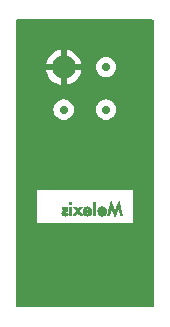
<source format=gbr>
G04 #@! TF.GenerationSoftware,KiCad,Pcbnew,(6.0.7)*
G04 #@! TF.CreationDate,2022-08-12T15:34:28-07:00*
G04 #@! TF.ProjectId,mlx90614-breakout,6d6c7839-3036-4313-942d-627265616b6f,rev?*
G04 #@! TF.SameCoordinates,Original*
G04 #@! TF.FileFunction,Copper,L2,Bot*
G04 #@! TF.FilePolarity,Positive*
%FSLAX46Y46*%
G04 Gerber Fmt 4.6, Leading zero omitted, Abs format (unit mm)*
G04 Created by KiCad (PCBNEW (6.0.7)) date 2022-08-12 15:34:28*
%MOMM*%
%LPD*%
G01*
G04 APERTURE LIST*
G04 #@! TA.AperFunction,EtchedComponent*
%ADD10C,0.010000*%
G04 #@! TD*
G04 #@! TA.AperFunction,ComponentPad*
%ADD11C,0.700000*%
G04 #@! TD*
G04 #@! TA.AperFunction,ComponentPad*
%ADD12C,2.000000*%
G04 #@! TD*
G04 APERTURE END LIST*
G36*
X111839849Y-75194201D02*
G01*
X111662049Y-75194201D01*
X111662049Y-74102001D01*
X111839849Y-74102001D01*
X111839849Y-75194201D01*
G37*
D10*
X111839849Y-75194201D02*
X111662049Y-75194201D01*
X111662049Y-74102001D01*
X111839849Y-74102001D01*
X111839849Y-75194201D01*
G36*
X109797689Y-74279801D02*
G01*
X109614809Y-74279801D01*
X109614809Y-74102001D01*
X109797689Y-74102001D01*
X109797689Y-74279801D01*
G37*
X109797689Y-74279801D02*
X109614809Y-74279801D01*
X109614809Y-74102001D01*
X109797689Y-74102001D01*
X109797689Y-74279801D01*
G36*
X110672574Y-74486811D02*
G01*
X110623496Y-74549379D01*
X110580603Y-74604303D01*
X110543695Y-74651845D01*
X110512576Y-74692265D01*
X110487048Y-74725825D01*
X110466913Y-74752787D01*
X110451973Y-74773413D01*
X110442031Y-74787963D01*
X110436890Y-74796699D01*
X110436111Y-74799699D01*
X110439816Y-74804815D01*
X110449083Y-74817170D01*
X110463289Y-74835945D01*
X110481810Y-74860321D01*
X110504022Y-74889477D01*
X110529301Y-74922593D01*
X110557024Y-74958850D01*
X110584711Y-74995007D01*
X110614099Y-75033413D01*
X110641565Y-75069414D01*
X110666495Y-75102197D01*
X110688272Y-75130948D01*
X110706284Y-75154853D01*
X110719914Y-75173099D01*
X110728548Y-75184873D01*
X110731562Y-75189317D01*
X110727250Y-75191012D01*
X110713538Y-75192383D01*
X110691183Y-75193395D01*
X110660941Y-75194012D01*
X110627038Y-75194201D01*
X110520820Y-75194201D01*
X110427224Y-75073836D01*
X110403468Y-75043279D01*
X110381581Y-75015112D01*
X110362383Y-74990394D01*
X110346696Y-74970181D01*
X110335339Y-74955529D01*
X110329133Y-74947497D01*
X110328363Y-74946489D01*
X110325484Y-74946213D01*
X110319873Y-74950276D01*
X110311001Y-74959292D01*
X110298341Y-74973877D01*
X110281364Y-74994644D01*
X110259540Y-75022209D01*
X110232342Y-75057187D01*
X110224879Y-75066853D01*
X110126661Y-75194201D01*
X110020595Y-75194201D01*
X109989015Y-75194027D01*
X109961187Y-75193542D01*
X109938599Y-75192799D01*
X109922736Y-75191852D01*
X109915086Y-75190753D01*
X109914614Y-75190391D01*
X109917635Y-75185722D01*
X109926265Y-75173803D01*
X109939903Y-75155429D01*
X109957953Y-75131393D01*
X109979814Y-75102489D01*
X110004889Y-75069511D01*
X110032579Y-75033252D01*
X110062284Y-74994508D01*
X110064400Y-74991754D01*
X110099117Y-74946499D01*
X110128056Y-74908584D01*
X110151690Y-74877337D01*
X110170490Y-74852088D01*
X110184930Y-74832166D01*
X110195482Y-74816901D01*
X110202618Y-74805622D01*
X110206812Y-74797658D01*
X110208536Y-74792340D01*
X110208261Y-74788995D01*
X110207825Y-74788227D01*
X110203385Y-74782348D01*
X110193456Y-74769369D01*
X110178761Y-74750231D01*
X110160022Y-74725872D01*
X110137963Y-74697233D01*
X110113307Y-74665254D01*
X110086776Y-74630873D01*
X110083439Y-74626549D01*
X110057014Y-74592250D01*
X110032649Y-74560483D01*
X110011021Y-74532140D01*
X109992806Y-74508114D01*
X109978681Y-74489299D01*
X109969322Y-74476586D01*
X109965405Y-74470870D01*
X109965329Y-74470666D01*
X109970162Y-74469817D01*
X109983681Y-74469085D01*
X110004408Y-74468506D01*
X110030869Y-74468118D01*
X110061589Y-74467958D01*
X110073279Y-74467963D01*
X110181229Y-74468165D01*
X110249809Y-74559100D01*
X110269693Y-74585335D01*
X110287539Y-74608629D01*
X110302446Y-74627828D01*
X110313511Y-74641773D01*
X110319833Y-74649310D01*
X110320929Y-74650314D01*
X110324640Y-74646565D01*
X110333652Y-74635901D01*
X110347056Y-74619448D01*
X110363938Y-74598331D01*
X110383389Y-74573674D01*
X110394589Y-74559350D01*
X110465709Y-74468107D01*
X110576625Y-74467934D01*
X110687542Y-74467761D01*
X110672574Y-74486811D01*
G37*
X110672574Y-74486811D02*
X110623496Y-74549379D01*
X110580603Y-74604303D01*
X110543695Y-74651845D01*
X110512576Y-74692265D01*
X110487048Y-74725825D01*
X110466913Y-74752787D01*
X110451973Y-74773413D01*
X110442031Y-74787963D01*
X110436890Y-74796699D01*
X110436111Y-74799699D01*
X110439816Y-74804815D01*
X110449083Y-74817170D01*
X110463289Y-74835945D01*
X110481810Y-74860321D01*
X110504022Y-74889477D01*
X110529301Y-74922593D01*
X110557024Y-74958850D01*
X110584711Y-74995007D01*
X110614099Y-75033413D01*
X110641565Y-75069414D01*
X110666495Y-75102197D01*
X110688272Y-75130948D01*
X110706284Y-75154853D01*
X110719914Y-75173099D01*
X110728548Y-75184873D01*
X110731562Y-75189317D01*
X110727250Y-75191012D01*
X110713538Y-75192383D01*
X110691183Y-75193395D01*
X110660941Y-75194012D01*
X110627038Y-75194201D01*
X110520820Y-75194201D01*
X110427224Y-75073836D01*
X110403468Y-75043279D01*
X110381581Y-75015112D01*
X110362383Y-74990394D01*
X110346696Y-74970181D01*
X110335339Y-74955529D01*
X110329133Y-74947497D01*
X110328363Y-74946489D01*
X110325484Y-74946213D01*
X110319873Y-74950276D01*
X110311001Y-74959292D01*
X110298341Y-74973877D01*
X110281364Y-74994644D01*
X110259540Y-75022209D01*
X110232342Y-75057187D01*
X110224879Y-75066853D01*
X110126661Y-75194201D01*
X110020595Y-75194201D01*
X109989015Y-75194027D01*
X109961187Y-75193542D01*
X109938599Y-75192799D01*
X109922736Y-75191852D01*
X109915086Y-75190753D01*
X109914614Y-75190391D01*
X109917635Y-75185722D01*
X109926265Y-75173803D01*
X109939903Y-75155429D01*
X109957953Y-75131393D01*
X109979814Y-75102489D01*
X110004889Y-75069511D01*
X110032579Y-75033252D01*
X110062284Y-74994508D01*
X110064400Y-74991754D01*
X110099117Y-74946499D01*
X110128056Y-74908584D01*
X110151690Y-74877337D01*
X110170490Y-74852088D01*
X110184930Y-74832166D01*
X110195482Y-74816901D01*
X110202618Y-74805622D01*
X110206812Y-74797658D01*
X110208536Y-74792340D01*
X110208261Y-74788995D01*
X110207825Y-74788227D01*
X110203385Y-74782348D01*
X110193456Y-74769369D01*
X110178761Y-74750231D01*
X110160022Y-74725872D01*
X110137963Y-74697233D01*
X110113307Y-74665254D01*
X110086776Y-74630873D01*
X110083439Y-74626549D01*
X110057014Y-74592250D01*
X110032649Y-74560483D01*
X110011021Y-74532140D01*
X109992806Y-74508114D01*
X109978681Y-74489299D01*
X109969322Y-74476586D01*
X109965405Y-74470870D01*
X109965329Y-74470666D01*
X109970162Y-74469817D01*
X109983681Y-74469085D01*
X110004408Y-74468506D01*
X110030869Y-74468118D01*
X110061589Y-74467958D01*
X110073279Y-74467963D01*
X110181229Y-74468165D01*
X110249809Y-74559100D01*
X110269693Y-74585335D01*
X110287539Y-74608629D01*
X110302446Y-74627828D01*
X110313511Y-74641773D01*
X110319833Y-74649310D01*
X110320929Y-74650314D01*
X110324640Y-74646565D01*
X110333652Y-74635901D01*
X110347056Y-74619448D01*
X110363938Y-74598331D01*
X110383389Y-74573674D01*
X110394589Y-74559350D01*
X110465709Y-74468107D01*
X110576625Y-74467934D01*
X110687542Y-74467761D01*
X110672574Y-74486811D01*
G36*
X113808399Y-74016548D02*
G01*
X113808741Y-74016879D01*
X113810326Y-74022018D01*
X113814325Y-74036379D01*
X113820575Y-74059358D01*
X113828917Y-74090347D01*
X113839189Y-74128741D01*
X113851229Y-74173934D01*
X113864878Y-74225321D01*
X113879974Y-74282296D01*
X113896355Y-74344252D01*
X113913862Y-74410583D01*
X113932333Y-74480685D01*
X113951607Y-74553951D01*
X113965156Y-74605521D01*
X114119070Y-75191661D01*
X114032667Y-75193054D01*
X114004010Y-75193293D01*
X113978958Y-75193077D01*
X113959248Y-75192456D01*
X113946617Y-75191480D01*
X113942806Y-75190514D01*
X113940960Y-75185040D01*
X113936793Y-75170560D01*
X113930528Y-75147907D01*
X113922386Y-75117912D01*
X113912592Y-75081406D01*
X113901367Y-75039221D01*
X113888934Y-74992187D01*
X113875516Y-74941137D01*
X113861336Y-74886902D01*
X113856362Y-74867811D01*
X113842001Y-74812811D01*
X113828342Y-74760817D01*
X113815605Y-74712646D01*
X113804010Y-74669115D01*
X113793777Y-74631044D01*
X113785128Y-74599248D01*
X113778281Y-74574547D01*
X113773457Y-74557758D01*
X113770876Y-74549699D01*
X113770542Y-74549092D01*
X113768171Y-74553667D01*
X113762195Y-74566892D01*
X113752925Y-74588041D01*
X113740670Y-74616389D01*
X113725740Y-74651210D01*
X113708446Y-74691779D01*
X113689098Y-74737369D01*
X113668005Y-74787256D01*
X113645478Y-74840713D01*
X113621827Y-74897015D01*
X113620586Y-74899975D01*
X113596858Y-74956472D01*
X113574218Y-75010212D01*
X113552978Y-75060464D01*
X113533452Y-75106496D01*
X113515952Y-75147575D01*
X113500790Y-75182971D01*
X113488279Y-75211950D01*
X113478731Y-75233783D01*
X113472460Y-75247736D01*
X113469778Y-75253078D01*
X113469747Y-75253104D01*
X113465757Y-75250301D01*
X113459819Y-75240587D01*
X113456554Y-75233691D01*
X113453030Y-75225450D01*
X113445907Y-75208657D01*
X113435529Y-75184124D01*
X113422239Y-75152661D01*
X113406379Y-75115082D01*
X113388291Y-75072197D01*
X113368319Y-75024821D01*
X113346805Y-74973763D01*
X113324092Y-74919836D01*
X113307674Y-74880843D01*
X113276953Y-74808098D01*
X113249990Y-74744734D01*
X113226763Y-74690700D01*
X113207249Y-74645949D01*
X113191426Y-74610428D01*
X113179273Y-74584090D01*
X113170767Y-74566883D01*
X113165886Y-74558759D01*
X113164669Y-74558263D01*
X113162783Y-74564605D01*
X113158599Y-74579907D01*
X113152348Y-74603288D01*
X113144262Y-74633868D01*
X113134571Y-74670767D01*
X113123507Y-74713103D01*
X113111300Y-74759998D01*
X113098183Y-74810570D01*
X113084387Y-74863939D01*
X113084371Y-74864001D01*
X113070508Y-74917656D01*
X113057281Y-74968740D01*
X113044926Y-75016341D01*
X113033683Y-75059547D01*
X113023790Y-75097447D01*
X113015483Y-75129131D01*
X113009001Y-75153686D01*
X113004581Y-75170201D01*
X113002486Y-75177691D01*
X112997301Y-75194201D01*
X112820095Y-75194201D01*
X112822976Y-75182771D01*
X112831734Y-75148306D01*
X112842259Y-75107365D01*
X112854362Y-75060666D01*
X112867848Y-75008925D01*
X112882528Y-74952862D01*
X112898210Y-74893194D01*
X112914701Y-74830638D01*
X112931811Y-74765913D01*
X112949347Y-74699736D01*
X112967118Y-74632825D01*
X112984932Y-74565899D01*
X113002598Y-74499674D01*
X113019924Y-74434869D01*
X113036718Y-74372202D01*
X113052789Y-74312390D01*
X113067946Y-74256151D01*
X113081995Y-74204203D01*
X113094747Y-74157264D01*
X113106008Y-74116051D01*
X113115588Y-74081283D01*
X113123295Y-74053678D01*
X113128938Y-74033953D01*
X113132324Y-74022825D01*
X113133253Y-74020538D01*
X113135855Y-74025480D01*
X113142060Y-74039114D01*
X113151575Y-74060751D01*
X113164104Y-74089702D01*
X113179355Y-74125276D01*
X113197032Y-74166783D01*
X113216842Y-74213533D01*
X113238491Y-74264838D01*
X113261684Y-74320006D01*
X113286128Y-74378348D01*
X113302692Y-74417991D01*
X113327740Y-74477874D01*
X113351704Y-74534912D01*
X113374292Y-74588427D01*
X113395215Y-74637745D01*
X113414182Y-74682188D01*
X113430904Y-74721081D01*
X113445089Y-74753749D01*
X113456448Y-74779514D01*
X113464690Y-74797701D01*
X113469526Y-74807634D01*
X113470717Y-74809333D01*
X113473125Y-74804163D01*
X113479147Y-74790337D01*
X113488479Y-74768571D01*
X113500817Y-74739583D01*
X113515859Y-74704091D01*
X113533299Y-74662812D01*
X113552836Y-74616465D01*
X113574165Y-74565766D01*
X113596984Y-74511433D01*
X113620987Y-74454184D01*
X113628067Y-74437281D01*
X113658463Y-74364697D01*
X113685177Y-74300920D01*
X113708450Y-74245385D01*
X113728527Y-74197527D01*
X113745649Y-74156782D01*
X113760059Y-74122586D01*
X113772001Y-74094372D01*
X113781715Y-74071578D01*
X113789446Y-74053638D01*
X113795436Y-74039987D01*
X113799927Y-74030062D01*
X113803163Y-74023297D01*
X113805385Y-74019128D01*
X113806837Y-74016990D01*
X113807760Y-74016318D01*
X113808399Y-74016548D01*
G37*
X113808399Y-74016548D02*
X113808741Y-74016879D01*
X113810326Y-74022018D01*
X113814325Y-74036379D01*
X113820575Y-74059358D01*
X113828917Y-74090347D01*
X113839189Y-74128741D01*
X113851229Y-74173934D01*
X113864878Y-74225321D01*
X113879974Y-74282296D01*
X113896355Y-74344252D01*
X113913862Y-74410583D01*
X113932333Y-74480685D01*
X113951607Y-74553951D01*
X113965156Y-74605521D01*
X114119070Y-75191661D01*
X114032667Y-75193054D01*
X114004010Y-75193293D01*
X113978958Y-75193077D01*
X113959248Y-75192456D01*
X113946617Y-75191480D01*
X113942806Y-75190514D01*
X113940960Y-75185040D01*
X113936793Y-75170560D01*
X113930528Y-75147907D01*
X113922386Y-75117912D01*
X113912592Y-75081406D01*
X113901367Y-75039221D01*
X113888934Y-74992187D01*
X113875516Y-74941137D01*
X113861336Y-74886902D01*
X113856362Y-74867811D01*
X113842001Y-74812811D01*
X113828342Y-74760817D01*
X113815605Y-74712646D01*
X113804010Y-74669115D01*
X113793777Y-74631044D01*
X113785128Y-74599248D01*
X113778281Y-74574547D01*
X113773457Y-74557758D01*
X113770876Y-74549699D01*
X113770542Y-74549092D01*
X113768171Y-74553667D01*
X113762195Y-74566892D01*
X113752925Y-74588041D01*
X113740670Y-74616389D01*
X113725740Y-74651210D01*
X113708446Y-74691779D01*
X113689098Y-74737369D01*
X113668005Y-74787256D01*
X113645478Y-74840713D01*
X113621827Y-74897015D01*
X113620586Y-74899975D01*
X113596858Y-74956472D01*
X113574218Y-75010212D01*
X113552978Y-75060464D01*
X113533452Y-75106496D01*
X113515952Y-75147575D01*
X113500790Y-75182971D01*
X113488279Y-75211950D01*
X113478731Y-75233783D01*
X113472460Y-75247736D01*
X113469778Y-75253078D01*
X113469747Y-75253104D01*
X113465757Y-75250301D01*
X113459819Y-75240587D01*
X113456554Y-75233691D01*
X113453030Y-75225450D01*
X113445907Y-75208657D01*
X113435529Y-75184124D01*
X113422239Y-75152661D01*
X113406379Y-75115082D01*
X113388291Y-75072197D01*
X113368319Y-75024821D01*
X113346805Y-74973763D01*
X113324092Y-74919836D01*
X113307674Y-74880843D01*
X113276953Y-74808098D01*
X113249990Y-74744734D01*
X113226763Y-74690700D01*
X113207249Y-74645949D01*
X113191426Y-74610428D01*
X113179273Y-74584090D01*
X113170767Y-74566883D01*
X113165886Y-74558759D01*
X113164669Y-74558263D01*
X113162783Y-74564605D01*
X113158599Y-74579907D01*
X113152348Y-74603288D01*
X113144262Y-74633868D01*
X113134571Y-74670767D01*
X113123507Y-74713103D01*
X113111300Y-74759998D01*
X113098183Y-74810570D01*
X113084387Y-74863939D01*
X113084371Y-74864001D01*
X113070508Y-74917656D01*
X113057281Y-74968740D01*
X113044926Y-75016341D01*
X113033683Y-75059547D01*
X113023790Y-75097447D01*
X113015483Y-75129131D01*
X113009001Y-75153686D01*
X113004581Y-75170201D01*
X113002486Y-75177691D01*
X112997301Y-75194201D01*
X112820095Y-75194201D01*
X112822976Y-75182771D01*
X112831734Y-75148306D01*
X112842259Y-75107365D01*
X112854362Y-75060666D01*
X112867848Y-75008925D01*
X112882528Y-74952862D01*
X112898210Y-74893194D01*
X112914701Y-74830638D01*
X112931811Y-74765913D01*
X112949347Y-74699736D01*
X112967118Y-74632825D01*
X112984932Y-74565899D01*
X113002598Y-74499674D01*
X113019924Y-74434869D01*
X113036718Y-74372202D01*
X113052789Y-74312390D01*
X113067946Y-74256151D01*
X113081995Y-74204203D01*
X113094747Y-74157264D01*
X113106008Y-74116051D01*
X113115588Y-74081283D01*
X113123295Y-74053678D01*
X113128938Y-74033953D01*
X113132324Y-74022825D01*
X113133253Y-74020538D01*
X113135855Y-74025480D01*
X113142060Y-74039114D01*
X113151575Y-74060751D01*
X113164104Y-74089702D01*
X113179355Y-74125276D01*
X113197032Y-74166783D01*
X113216842Y-74213533D01*
X113238491Y-74264838D01*
X113261684Y-74320006D01*
X113286128Y-74378348D01*
X113302692Y-74417991D01*
X113327740Y-74477874D01*
X113351704Y-74534912D01*
X113374292Y-74588427D01*
X113395215Y-74637745D01*
X113414182Y-74682188D01*
X113430904Y-74721081D01*
X113445089Y-74753749D01*
X113456448Y-74779514D01*
X113464690Y-74797701D01*
X113469526Y-74807634D01*
X113470717Y-74809333D01*
X113473125Y-74804163D01*
X113479147Y-74790337D01*
X113488479Y-74768571D01*
X113500817Y-74739583D01*
X113515859Y-74704091D01*
X113533299Y-74662812D01*
X113552836Y-74616465D01*
X113574165Y-74565766D01*
X113596984Y-74511433D01*
X113620987Y-74454184D01*
X113628067Y-74437281D01*
X113658463Y-74364697D01*
X113685177Y-74300920D01*
X113708450Y-74245385D01*
X113728527Y-74197527D01*
X113745649Y-74156782D01*
X113760059Y-74122586D01*
X113772001Y-74094372D01*
X113781715Y-74071578D01*
X113789446Y-74053638D01*
X113795436Y-74039987D01*
X113799927Y-74030062D01*
X113803163Y-74023297D01*
X113805385Y-74019128D01*
X113806837Y-74016990D01*
X113807760Y-74016318D01*
X113808399Y-74016548D01*
G36*
X109260487Y-74451627D02*
G01*
X109290719Y-74455953D01*
X109317697Y-74464276D01*
X109344774Y-74477588D01*
X109370936Y-74493946D01*
X109403917Y-74521464D01*
X109429594Y-74554209D01*
X109447834Y-74590766D01*
X109458506Y-74629722D01*
X109461479Y-74669664D01*
X109456621Y-74709176D01*
X109443799Y-74746846D01*
X109422884Y-74781260D01*
X109399960Y-74805740D01*
X109391494Y-74812851D01*
X109381984Y-74819869D01*
X109370394Y-74827350D01*
X109355688Y-74835851D01*
X109336829Y-74845927D01*
X109312781Y-74858135D01*
X109282506Y-74873031D01*
X109244969Y-74891170D01*
X109205148Y-74910236D01*
X109171960Y-74928484D01*
X109148888Y-74946741D01*
X109135888Y-74965095D01*
X109132916Y-74983633D01*
X109139928Y-75002441D01*
X109151373Y-75016440D01*
X109176303Y-75034602D01*
X109205309Y-75044375D01*
X109236878Y-75045856D01*
X109269497Y-75039141D01*
X109301654Y-75024327D01*
X109327762Y-75005203D01*
X109351640Y-74984184D01*
X109418454Y-75016704D01*
X109442461Y-75028479D01*
X109463278Y-75038861D01*
X109479153Y-75046962D01*
X109488339Y-75051898D01*
X109489758Y-75052796D01*
X109489649Y-75058718D01*
X109483499Y-75070126D01*
X109472538Y-75085407D01*
X109457995Y-75102951D01*
X109441099Y-75121145D01*
X109427654Y-75134220D01*
X109385669Y-75166695D01*
X109339367Y-75191001D01*
X109290184Y-75206741D01*
X109239561Y-75213518D01*
X109188934Y-75210933D01*
X109165965Y-75206474D01*
X109123499Y-75191669D01*
X109082838Y-75168998D01*
X109046057Y-75140089D01*
X109015233Y-75106567D01*
X108992863Y-75070920D01*
X108978365Y-75031452D01*
X108971654Y-74989801D01*
X108973251Y-74949376D01*
X108973832Y-74945848D01*
X108984033Y-74907970D01*
X109001021Y-74873509D01*
X109025393Y-74841892D01*
X109057746Y-74812544D01*
X109098678Y-74784891D01*
X109148786Y-74758358D01*
X109186255Y-74741569D01*
X109223881Y-74724772D01*
X109252521Y-74709808D01*
X109273036Y-74696022D01*
X109286291Y-74682756D01*
X109293147Y-74669356D01*
X109294607Y-74659197D01*
X109291645Y-74640799D01*
X109281790Y-74627689D01*
X109264305Y-74619415D01*
X109238456Y-74615524D01*
X109222727Y-74615081D01*
X109200639Y-74616454D01*
X109180201Y-74621250D01*
X109158653Y-74630477D01*
X109133235Y-74645147D01*
X109123362Y-74651462D01*
X109091655Y-74672098D01*
X109040337Y-74627079D01*
X109020391Y-74609650D01*
X109002391Y-74594048D01*
X108988130Y-74581817D01*
X108979399Y-74574503D01*
X108978608Y-74573871D01*
X108973845Y-74569560D01*
X108972898Y-74565431D01*
X108976855Y-74559808D01*
X108986804Y-74551014D01*
X109000672Y-74539883D01*
X109036443Y-74513980D01*
X109075333Y-74490102D01*
X109113614Y-74470425D01*
X109135163Y-74461380D01*
X109151061Y-74456120D01*
X109166977Y-74452769D01*
X109185870Y-74450958D01*
X109210697Y-74450314D01*
X109223649Y-74450304D01*
X109260487Y-74451627D01*
G37*
X109260487Y-74451627D02*
X109290719Y-74455953D01*
X109317697Y-74464276D01*
X109344774Y-74477588D01*
X109370936Y-74493946D01*
X109403917Y-74521464D01*
X109429594Y-74554209D01*
X109447834Y-74590766D01*
X109458506Y-74629722D01*
X109461479Y-74669664D01*
X109456621Y-74709176D01*
X109443799Y-74746846D01*
X109422884Y-74781260D01*
X109399960Y-74805740D01*
X109391494Y-74812851D01*
X109381984Y-74819869D01*
X109370394Y-74827350D01*
X109355688Y-74835851D01*
X109336829Y-74845927D01*
X109312781Y-74858135D01*
X109282506Y-74873031D01*
X109244969Y-74891170D01*
X109205148Y-74910236D01*
X109171960Y-74928484D01*
X109148888Y-74946741D01*
X109135888Y-74965095D01*
X109132916Y-74983633D01*
X109139928Y-75002441D01*
X109151373Y-75016440D01*
X109176303Y-75034602D01*
X109205309Y-75044375D01*
X109236878Y-75045856D01*
X109269497Y-75039141D01*
X109301654Y-75024327D01*
X109327762Y-75005203D01*
X109351640Y-74984184D01*
X109418454Y-75016704D01*
X109442461Y-75028479D01*
X109463278Y-75038861D01*
X109479153Y-75046962D01*
X109488339Y-75051898D01*
X109489758Y-75052796D01*
X109489649Y-75058718D01*
X109483499Y-75070126D01*
X109472538Y-75085407D01*
X109457995Y-75102951D01*
X109441099Y-75121145D01*
X109427654Y-75134220D01*
X109385669Y-75166695D01*
X109339367Y-75191001D01*
X109290184Y-75206741D01*
X109239561Y-75213518D01*
X109188934Y-75210933D01*
X109165965Y-75206474D01*
X109123499Y-75191669D01*
X109082838Y-75168998D01*
X109046057Y-75140089D01*
X109015233Y-75106567D01*
X108992863Y-75070920D01*
X108978365Y-75031452D01*
X108971654Y-74989801D01*
X108973251Y-74949376D01*
X108973832Y-74945848D01*
X108984033Y-74907970D01*
X109001021Y-74873509D01*
X109025393Y-74841892D01*
X109057746Y-74812544D01*
X109098678Y-74784891D01*
X109148786Y-74758358D01*
X109186255Y-74741569D01*
X109223881Y-74724772D01*
X109252521Y-74709808D01*
X109273036Y-74696022D01*
X109286291Y-74682756D01*
X109293147Y-74669356D01*
X109294607Y-74659197D01*
X109291645Y-74640799D01*
X109281790Y-74627689D01*
X109264305Y-74619415D01*
X109238456Y-74615524D01*
X109222727Y-74615081D01*
X109200639Y-74616454D01*
X109180201Y-74621250D01*
X109158653Y-74630477D01*
X109133235Y-74645147D01*
X109123362Y-74651462D01*
X109091655Y-74672098D01*
X109040337Y-74627079D01*
X109020391Y-74609650D01*
X109002391Y-74594048D01*
X108988130Y-74581817D01*
X108979399Y-74574503D01*
X108978608Y-74573871D01*
X108973845Y-74569560D01*
X108972898Y-74565431D01*
X108976855Y-74559808D01*
X108986804Y-74551014D01*
X109000672Y-74539883D01*
X109036443Y-74513980D01*
X109075333Y-74490102D01*
X109113614Y-74470425D01*
X109135163Y-74461380D01*
X109151061Y-74456120D01*
X109166977Y-74452769D01*
X109185870Y-74450958D01*
X109210697Y-74450314D01*
X109223649Y-74450304D01*
X109260487Y-74451627D01*
G36*
X110794488Y-74663691D02*
G01*
X110819935Y-74619022D01*
X110852662Y-74577019D01*
X110869569Y-74558944D01*
X110914690Y-74518851D01*
X110962394Y-74488230D01*
X111013759Y-74466603D01*
X111069862Y-74453495D01*
X111118489Y-74448839D01*
X111148286Y-74447998D01*
X111171890Y-74448655D01*
X111193197Y-74451120D01*
X111216102Y-74455702D01*
X111221931Y-74457071D01*
X111278965Y-74475813D01*
X111332022Y-74503344D01*
X111380184Y-74538764D01*
X111422529Y-74581174D01*
X111458138Y-74629673D01*
X111486091Y-74683361D01*
X111503055Y-74732081D01*
X111508924Y-74762952D01*
X111512009Y-74800232D01*
X111512355Y-74840573D01*
X111510008Y-74880624D01*
X111505012Y-74917038D01*
X111500292Y-74937432D01*
X111478826Y-74995060D01*
X111449040Y-75047725D01*
X111411751Y-75094620D01*
X111367773Y-75134937D01*
X111317923Y-75167870D01*
X111263016Y-75192614D01*
X111232789Y-75201962D01*
X111204043Y-75207427D01*
X111168935Y-75210926D01*
X111131092Y-75212357D01*
X111094138Y-75211616D01*
X111061700Y-75208599D01*
X111052719Y-75207108D01*
X110996019Y-75192066D01*
X110941611Y-75169422D01*
X110891203Y-75140214D01*
X110846505Y-75105481D01*
X110809225Y-75066262D01*
X110799224Y-75053050D01*
X110787983Y-75037264D01*
X110847826Y-74992225D01*
X110869473Y-74975999D01*
X110888560Y-74961816D01*
X110903461Y-74950874D01*
X110912552Y-74944372D01*
X110914225Y-74943266D01*
X110921492Y-74944790D01*
X110934566Y-74954468D01*
X110953320Y-74972206D01*
X110953578Y-74972466D01*
X110990726Y-75004277D01*
X111030322Y-75026701D01*
X111073750Y-75040454D01*
X111090348Y-75043386D01*
X111136423Y-75045632D01*
X111180969Y-75039449D01*
X111222592Y-75025501D01*
X111259899Y-75004450D01*
X111291496Y-74976959D01*
X111315990Y-74943691D01*
X111321343Y-74933519D01*
X111329694Y-74915217D01*
X111336433Y-74898561D01*
X111339829Y-74888131D01*
X111343110Y-74874161D01*
X110751527Y-74874161D01*
X110755050Y-74829711D01*
X110762723Y-74767433D01*
X110773382Y-74722217D01*
X110955929Y-74722217D01*
X110960856Y-74723365D01*
X110975027Y-74724388D01*
X110997526Y-74725264D01*
X111027439Y-74725970D01*
X111063849Y-74726481D01*
X111105841Y-74726776D01*
X111138939Y-74726841D01*
X111321949Y-74726841D01*
X111314358Y-74712161D01*
X111302526Y-74694976D01*
X111284793Y-74675773D01*
X111264177Y-74657395D01*
X111243699Y-74642686D01*
X111235959Y-74638334D01*
X111194956Y-74622940D01*
X111151526Y-74616076D01*
X111107740Y-74617645D01*
X111065670Y-74627549D01*
X111027387Y-74645693D01*
X111023401Y-74648250D01*
X111009298Y-74659118D01*
X110993792Y-74673452D01*
X110978803Y-74689146D01*
X110966251Y-74704094D01*
X110958059Y-74716191D01*
X110955929Y-74722217D01*
X110773382Y-74722217D01*
X110775643Y-74712627D01*
X110794488Y-74663691D01*
G37*
X110794488Y-74663691D02*
X110819935Y-74619022D01*
X110852662Y-74577019D01*
X110869569Y-74558944D01*
X110914690Y-74518851D01*
X110962394Y-74488230D01*
X111013759Y-74466603D01*
X111069862Y-74453495D01*
X111118489Y-74448839D01*
X111148286Y-74447998D01*
X111171890Y-74448655D01*
X111193197Y-74451120D01*
X111216102Y-74455702D01*
X111221931Y-74457071D01*
X111278965Y-74475813D01*
X111332022Y-74503344D01*
X111380184Y-74538764D01*
X111422529Y-74581174D01*
X111458138Y-74629673D01*
X111486091Y-74683361D01*
X111503055Y-74732081D01*
X111508924Y-74762952D01*
X111512009Y-74800232D01*
X111512355Y-74840573D01*
X111510008Y-74880624D01*
X111505012Y-74917038D01*
X111500292Y-74937432D01*
X111478826Y-74995060D01*
X111449040Y-75047725D01*
X111411751Y-75094620D01*
X111367773Y-75134937D01*
X111317923Y-75167870D01*
X111263016Y-75192614D01*
X111232789Y-75201962D01*
X111204043Y-75207427D01*
X111168935Y-75210926D01*
X111131092Y-75212357D01*
X111094138Y-75211616D01*
X111061700Y-75208599D01*
X111052719Y-75207108D01*
X110996019Y-75192066D01*
X110941611Y-75169422D01*
X110891203Y-75140214D01*
X110846505Y-75105481D01*
X110809225Y-75066262D01*
X110799224Y-75053050D01*
X110787983Y-75037264D01*
X110847826Y-74992225D01*
X110869473Y-74975999D01*
X110888560Y-74961816D01*
X110903461Y-74950874D01*
X110912552Y-74944372D01*
X110914225Y-74943266D01*
X110921492Y-74944790D01*
X110934566Y-74954468D01*
X110953320Y-74972206D01*
X110953578Y-74972466D01*
X110990726Y-75004277D01*
X111030322Y-75026701D01*
X111073750Y-75040454D01*
X111090348Y-75043386D01*
X111136423Y-75045632D01*
X111180969Y-75039449D01*
X111222592Y-75025501D01*
X111259899Y-75004450D01*
X111291496Y-74976959D01*
X111315990Y-74943691D01*
X111321343Y-74933519D01*
X111329694Y-74915217D01*
X111336433Y-74898561D01*
X111339829Y-74888131D01*
X111343110Y-74874161D01*
X110751527Y-74874161D01*
X110755050Y-74829711D01*
X110762723Y-74767433D01*
X110773382Y-74722217D01*
X110955929Y-74722217D01*
X110960856Y-74723365D01*
X110975027Y-74724388D01*
X110997526Y-74725264D01*
X111027439Y-74725970D01*
X111063849Y-74726481D01*
X111105841Y-74726776D01*
X111138939Y-74726841D01*
X111321949Y-74726841D01*
X111314358Y-74712161D01*
X111302526Y-74694976D01*
X111284793Y-74675773D01*
X111264177Y-74657395D01*
X111243699Y-74642686D01*
X111235959Y-74638334D01*
X111194956Y-74622940D01*
X111151526Y-74616076D01*
X111107740Y-74617645D01*
X111065670Y-74627549D01*
X111027387Y-74645693D01*
X111023401Y-74648250D01*
X111009298Y-74659118D01*
X110993792Y-74673452D01*
X110978803Y-74689146D01*
X110966251Y-74704094D01*
X110958059Y-74716191D01*
X110955929Y-74722217D01*
X110773382Y-74722217D01*
X110775643Y-74712627D01*
X110794488Y-74663691D01*
G36*
X112052830Y-74631022D02*
G01*
X112087076Y-74582713D01*
X112128284Y-74540230D01*
X112175890Y-74504435D01*
X112229329Y-74476191D01*
X112258949Y-74464870D01*
X112301471Y-74454287D01*
X112349085Y-74448636D01*
X112397883Y-74448125D01*
X112443960Y-74452965D01*
X112451989Y-74454487D01*
X112505988Y-74470463D01*
X112558304Y-74495339D01*
X112606910Y-74527860D01*
X112649779Y-74566772D01*
X112668847Y-74588756D01*
X112702703Y-74637076D01*
X112727294Y-74685871D01*
X112743396Y-74737166D01*
X112751785Y-74792990D01*
X112752780Y-74808121D01*
X112751698Y-74872404D01*
X112741587Y-74932176D01*
X112722259Y-74987938D01*
X112693523Y-75040190D01*
X112655189Y-75089435D01*
X112639838Y-75105679D01*
X112617959Y-75126854D01*
X112598808Y-75142693D01*
X112578794Y-75155816D01*
X112554325Y-75168842D01*
X112550938Y-75170514D01*
X112526890Y-75181607D01*
X112502313Y-75191769D01*
X112480972Y-75199490D01*
X112472309Y-75202064D01*
X112442833Y-75207592D01*
X112407044Y-75211062D01*
X112368596Y-75212376D01*
X112331143Y-75211437D01*
X112298342Y-75208146D01*
X112291128Y-75206913D01*
X112227954Y-75189926D01*
X112169053Y-75163873D01*
X112147034Y-75151089D01*
X112123173Y-75134362D01*
X112097307Y-75113211D01*
X112072244Y-75090185D01*
X112050788Y-75067834D01*
X112038012Y-75052022D01*
X112027798Y-75037677D01*
X112087493Y-74992385D01*
X112109097Y-74976067D01*
X112128166Y-74961801D01*
X112143074Y-74950792D01*
X112152197Y-74944245D01*
X112153890Y-74943129D01*
X112161036Y-74944518D01*
X112174117Y-74953739D01*
X112193262Y-74970885D01*
X112197864Y-74975306D01*
X112230319Y-75003375D01*
X112262218Y-75023261D01*
X112296326Y-75036381D01*
X112330874Y-75043531D01*
X112378617Y-75045816D01*
X112424172Y-75039093D01*
X112466373Y-75023936D01*
X112504057Y-75000916D01*
X112536059Y-74970607D01*
X112561216Y-74933581D01*
X112563538Y-74929077D01*
X112569665Y-74917525D01*
X112575117Y-74907700D01*
X112579203Y-74899464D01*
X112581232Y-74892678D01*
X112580514Y-74887204D01*
X112576356Y-74882903D01*
X112568068Y-74879637D01*
X112554959Y-74877267D01*
X112536338Y-74875656D01*
X112511513Y-74874664D01*
X112479795Y-74874154D01*
X112440492Y-74873986D01*
X112392912Y-74874022D01*
X112336366Y-74874124D01*
X112289429Y-74874161D01*
X112227519Y-74874146D01*
X112175000Y-74874087D01*
X112131101Y-74873960D01*
X112095052Y-74873742D01*
X112066082Y-74873410D01*
X112043422Y-74872939D01*
X112026302Y-74872307D01*
X112013951Y-74871490D01*
X112005601Y-74870465D01*
X112000479Y-74869209D01*
X111997817Y-74867697D01*
X111996845Y-74865907D01*
X111996765Y-74865271D01*
X111997514Y-74802281D01*
X112007485Y-74741668D01*
X112013386Y-74723492D01*
X112195449Y-74723492D01*
X112200340Y-74724260D01*
X112214257Y-74724967D01*
X112236067Y-74725590D01*
X112264637Y-74726110D01*
X112298833Y-74726506D01*
X112337521Y-74726756D01*
X112378329Y-74726841D01*
X112420295Y-74726757D01*
X112458870Y-74726519D01*
X112492921Y-74726145D01*
X112521313Y-74725657D01*
X112542913Y-74725071D01*
X112556588Y-74724409D01*
X112561209Y-74723711D01*
X112558014Y-74716612D01*
X112549763Y-74704664D01*
X112538455Y-74690330D01*
X112526088Y-74676071D01*
X112514664Y-74664351D01*
X112509161Y-74659614D01*
X112471059Y-74636383D01*
X112430175Y-74621744D01*
X112387956Y-74615535D01*
X112345850Y-74617590D01*
X112305303Y-74627745D01*
X112267763Y-74645836D01*
X112234678Y-74671698D01*
X112216020Y-74692897D01*
X112205615Y-74707141D01*
X112198217Y-74718153D01*
X112195449Y-74723492D01*
X112013386Y-74723492D01*
X112026112Y-74684294D01*
X112052830Y-74631022D01*
G37*
X112052830Y-74631022D02*
X112087076Y-74582713D01*
X112128284Y-74540230D01*
X112175890Y-74504435D01*
X112229329Y-74476191D01*
X112258949Y-74464870D01*
X112301471Y-74454287D01*
X112349085Y-74448636D01*
X112397883Y-74448125D01*
X112443960Y-74452965D01*
X112451989Y-74454487D01*
X112505988Y-74470463D01*
X112558304Y-74495339D01*
X112606910Y-74527860D01*
X112649779Y-74566772D01*
X112668847Y-74588756D01*
X112702703Y-74637076D01*
X112727294Y-74685871D01*
X112743396Y-74737166D01*
X112751785Y-74792990D01*
X112752780Y-74808121D01*
X112751698Y-74872404D01*
X112741587Y-74932176D01*
X112722259Y-74987938D01*
X112693523Y-75040190D01*
X112655189Y-75089435D01*
X112639838Y-75105679D01*
X112617959Y-75126854D01*
X112598808Y-75142693D01*
X112578794Y-75155816D01*
X112554325Y-75168842D01*
X112550938Y-75170514D01*
X112526890Y-75181607D01*
X112502313Y-75191769D01*
X112480972Y-75199490D01*
X112472309Y-75202064D01*
X112442833Y-75207592D01*
X112407044Y-75211062D01*
X112368596Y-75212376D01*
X112331143Y-75211437D01*
X112298342Y-75208146D01*
X112291128Y-75206913D01*
X112227954Y-75189926D01*
X112169053Y-75163873D01*
X112147034Y-75151089D01*
X112123173Y-75134362D01*
X112097307Y-75113211D01*
X112072244Y-75090185D01*
X112050788Y-75067834D01*
X112038012Y-75052022D01*
X112027798Y-75037677D01*
X112087493Y-74992385D01*
X112109097Y-74976067D01*
X112128166Y-74961801D01*
X112143074Y-74950792D01*
X112152197Y-74944245D01*
X112153890Y-74943129D01*
X112161036Y-74944518D01*
X112174117Y-74953739D01*
X112193262Y-74970885D01*
X112197864Y-74975306D01*
X112230319Y-75003375D01*
X112262218Y-75023261D01*
X112296326Y-75036381D01*
X112330874Y-75043531D01*
X112378617Y-75045816D01*
X112424172Y-75039093D01*
X112466373Y-75023936D01*
X112504057Y-75000916D01*
X112536059Y-74970607D01*
X112561216Y-74933581D01*
X112563538Y-74929077D01*
X112569665Y-74917525D01*
X112575117Y-74907700D01*
X112579203Y-74899464D01*
X112581232Y-74892678D01*
X112580514Y-74887204D01*
X112576356Y-74882903D01*
X112568068Y-74879637D01*
X112554959Y-74877267D01*
X112536338Y-74875656D01*
X112511513Y-74874664D01*
X112479795Y-74874154D01*
X112440492Y-74873986D01*
X112392912Y-74874022D01*
X112336366Y-74874124D01*
X112289429Y-74874161D01*
X112227519Y-74874146D01*
X112175000Y-74874087D01*
X112131101Y-74873960D01*
X112095052Y-74873742D01*
X112066082Y-74873410D01*
X112043422Y-74872939D01*
X112026302Y-74872307D01*
X112013951Y-74871490D01*
X112005601Y-74870465D01*
X112000479Y-74869209D01*
X111997817Y-74867697D01*
X111996845Y-74865907D01*
X111996765Y-74865271D01*
X111997514Y-74802281D01*
X112007485Y-74741668D01*
X112013386Y-74723492D01*
X112195449Y-74723492D01*
X112200340Y-74724260D01*
X112214257Y-74724967D01*
X112236067Y-74725590D01*
X112264637Y-74726110D01*
X112298833Y-74726506D01*
X112337521Y-74726756D01*
X112378329Y-74726841D01*
X112420295Y-74726757D01*
X112458870Y-74726519D01*
X112492921Y-74726145D01*
X112521313Y-74725657D01*
X112542913Y-74725071D01*
X112556588Y-74724409D01*
X112561209Y-74723711D01*
X112558014Y-74716612D01*
X112549763Y-74704664D01*
X112538455Y-74690330D01*
X112526088Y-74676071D01*
X112514664Y-74664351D01*
X112509161Y-74659614D01*
X112471059Y-74636383D01*
X112430175Y-74621744D01*
X112387956Y-74615535D01*
X112345850Y-74617590D01*
X112305303Y-74627745D01*
X112267763Y-74645836D01*
X112234678Y-74671698D01*
X112216020Y-74692897D01*
X112205615Y-74707141D01*
X112198217Y-74718153D01*
X112195449Y-74723492D01*
X112013386Y-74723492D01*
X112026112Y-74684294D01*
X112052830Y-74631022D01*
G36*
X109797689Y-75194201D02*
G01*
X109614809Y-75194201D01*
X109614809Y-74467761D01*
X109797689Y-74467761D01*
X109797689Y-75194201D01*
G37*
X109797689Y-75194201D02*
X109614809Y-75194201D01*
X109614809Y-74467761D01*
X109797689Y-74467761D01*
X109797689Y-75194201D01*
D11*
X112746050Y-62653950D03*
X112746050Y-66246052D03*
X109153948Y-66246052D03*
D12*
X109153948Y-62653950D03*
G04 #@! TA.AperFunction,Conductor*
G36*
X116733620Y-58628503D02*
G01*
X116780113Y-58682159D01*
X116791499Y-58734501D01*
X116791499Y-82865501D01*
X116771497Y-82933622D01*
X116717841Y-82980115D01*
X116665499Y-82991501D01*
X105234499Y-82991501D01*
X105166378Y-82971499D01*
X105119885Y-82917843D01*
X105108499Y-82865501D01*
X105108499Y-75880001D01*
X106885999Y-75880001D01*
X115013999Y-75880001D01*
X115013999Y-73086001D01*
X106885999Y-73086001D01*
X106885999Y-75880001D01*
X105108499Y-75880001D01*
X105108499Y-66246052D01*
X108290719Y-66246052D01*
X108309583Y-66425527D01*
X108365349Y-66597159D01*
X108455581Y-66753445D01*
X108576335Y-66887556D01*
X108722333Y-66993630D01*
X108728361Y-66996314D01*
X108728363Y-66996315D01*
X108881165Y-67064347D01*
X108887196Y-67067032D01*
X108975456Y-67085792D01*
X109057259Y-67103180D01*
X109057263Y-67103180D01*
X109063716Y-67104552D01*
X109244180Y-67104552D01*
X109250633Y-67103180D01*
X109250637Y-67103180D01*
X109332440Y-67085792D01*
X109420700Y-67067032D01*
X109426731Y-67064347D01*
X109579533Y-66996315D01*
X109579535Y-66996314D01*
X109585563Y-66993630D01*
X109731561Y-66887556D01*
X109852315Y-66753445D01*
X109942547Y-66597159D01*
X109998313Y-66425527D01*
X110017177Y-66246052D01*
X111882821Y-66246052D01*
X111901685Y-66425527D01*
X111957451Y-66597159D01*
X112047683Y-66753445D01*
X112168437Y-66887556D01*
X112314435Y-66993630D01*
X112320463Y-66996314D01*
X112320465Y-66996315D01*
X112473267Y-67064347D01*
X112479298Y-67067032D01*
X112567558Y-67085792D01*
X112649361Y-67103180D01*
X112649365Y-67103180D01*
X112655818Y-67104552D01*
X112836282Y-67104552D01*
X112842735Y-67103180D01*
X112842739Y-67103180D01*
X112924542Y-67085792D01*
X113012802Y-67067032D01*
X113018833Y-67064347D01*
X113171635Y-66996315D01*
X113171637Y-66996314D01*
X113177665Y-66993630D01*
X113323663Y-66887556D01*
X113444417Y-66753445D01*
X113534649Y-66597159D01*
X113590415Y-66425527D01*
X113609279Y-66246052D01*
X113590415Y-66066577D01*
X113534649Y-65894945D01*
X113444417Y-65738659D01*
X113323663Y-65604548D01*
X113177665Y-65498474D01*
X113171637Y-65495790D01*
X113171635Y-65495789D01*
X113018833Y-65427757D01*
X113018831Y-65427757D01*
X113012802Y-65425072D01*
X112924542Y-65406312D01*
X112842739Y-65388924D01*
X112842735Y-65388924D01*
X112836282Y-65387552D01*
X112655818Y-65387552D01*
X112649365Y-65388924D01*
X112649361Y-65388924D01*
X112567558Y-65406312D01*
X112479298Y-65425072D01*
X112473269Y-65427756D01*
X112473267Y-65427757D01*
X112320466Y-65495789D01*
X112320464Y-65495790D01*
X112314436Y-65498474D01*
X112309095Y-65502354D01*
X112309094Y-65502355D01*
X112173781Y-65600665D01*
X112173779Y-65600667D01*
X112168437Y-65604548D01*
X112047683Y-65738659D01*
X111957451Y-65894945D01*
X111901685Y-66066577D01*
X111882821Y-66246052D01*
X110017177Y-66246052D01*
X109998313Y-66066577D01*
X109942547Y-65894945D01*
X109852315Y-65738659D01*
X109731561Y-65604548D01*
X109585563Y-65498474D01*
X109579535Y-65495790D01*
X109579533Y-65495789D01*
X109426731Y-65427757D01*
X109426729Y-65427757D01*
X109420700Y-65425072D01*
X109332440Y-65406312D01*
X109250637Y-65388924D01*
X109250633Y-65388924D01*
X109244180Y-65387552D01*
X109063716Y-65387552D01*
X109057263Y-65388924D01*
X109057259Y-65388924D01*
X108975456Y-65406312D01*
X108887196Y-65425072D01*
X108881167Y-65427756D01*
X108881165Y-65427757D01*
X108728364Y-65495789D01*
X108728362Y-65495790D01*
X108722334Y-65498474D01*
X108716993Y-65502354D01*
X108716992Y-65502355D01*
X108581679Y-65600665D01*
X108581677Y-65600667D01*
X108576335Y-65604548D01*
X108455581Y-65738659D01*
X108365349Y-65894945D01*
X108309583Y-66066577D01*
X108290719Y-66246052D01*
X105108499Y-66246052D01*
X105108499Y-62921381D01*
X107667301Y-62921381D01*
X107714166Y-63116584D01*
X107717212Y-63125958D01*
X107804261Y-63336113D01*
X107808743Y-63344908D01*
X107927591Y-63538849D01*
X107933391Y-63546833D01*
X108081126Y-63719808D01*
X108088090Y-63726772D01*
X108261065Y-63874507D01*
X108269049Y-63880307D01*
X108462990Y-63999155D01*
X108471785Y-64003637D01*
X108681940Y-64090686D01*
X108691314Y-64093732D01*
X108882333Y-64139592D01*
X108896417Y-64138887D01*
X108899948Y-64130006D01*
X108899948Y-64125706D01*
X109407948Y-64125706D01*
X109411921Y-64139237D01*
X109421379Y-64140597D01*
X109616582Y-64093732D01*
X109625956Y-64090686D01*
X109836111Y-64003637D01*
X109844906Y-63999155D01*
X110038847Y-63880307D01*
X110046831Y-63874507D01*
X110219806Y-63726772D01*
X110226770Y-63719808D01*
X110374505Y-63546833D01*
X110380305Y-63538849D01*
X110499153Y-63344908D01*
X110503635Y-63336113D01*
X110590684Y-63125958D01*
X110593730Y-63116584D01*
X110639590Y-62925565D01*
X110638885Y-62911481D01*
X110630004Y-62907950D01*
X109426063Y-62907950D01*
X109410824Y-62912425D01*
X109409619Y-62913815D01*
X109407948Y-62921498D01*
X109407948Y-64125706D01*
X108899948Y-64125706D01*
X108899948Y-62926065D01*
X108895473Y-62910826D01*
X108894083Y-62909621D01*
X108886400Y-62907950D01*
X107682192Y-62907950D01*
X107668661Y-62911923D01*
X107667301Y-62921381D01*
X105108499Y-62921381D01*
X105108499Y-62653950D01*
X111882821Y-62653950D01*
X111901685Y-62833425D01*
X111957451Y-63005057D01*
X112047683Y-63161343D01*
X112168437Y-63295454D01*
X112314435Y-63401528D01*
X112320463Y-63404212D01*
X112320465Y-63404213D01*
X112473267Y-63472245D01*
X112479298Y-63474930D01*
X112567558Y-63493690D01*
X112649361Y-63511078D01*
X112649365Y-63511078D01*
X112655818Y-63512450D01*
X112836282Y-63512450D01*
X112842735Y-63511078D01*
X112842739Y-63511078D01*
X112924542Y-63493690D01*
X113012802Y-63474930D01*
X113018833Y-63472245D01*
X113171635Y-63404213D01*
X113171637Y-63404212D01*
X113177665Y-63401528D01*
X113323663Y-63295454D01*
X113444417Y-63161343D01*
X113534649Y-63005057D01*
X113590415Y-62833425D01*
X113609279Y-62653950D01*
X113590415Y-62474475D01*
X113534649Y-62302843D01*
X113444417Y-62146557D01*
X113323663Y-62012446D01*
X113177665Y-61906372D01*
X113171637Y-61903688D01*
X113171635Y-61903687D01*
X113018833Y-61835655D01*
X113018831Y-61835655D01*
X113012802Y-61832970D01*
X112924542Y-61814210D01*
X112842739Y-61796822D01*
X112842735Y-61796822D01*
X112836282Y-61795450D01*
X112655818Y-61795450D01*
X112649365Y-61796822D01*
X112649361Y-61796822D01*
X112567558Y-61814210D01*
X112479298Y-61832970D01*
X112473269Y-61835654D01*
X112473267Y-61835655D01*
X112320466Y-61903687D01*
X112320464Y-61903688D01*
X112314436Y-61906372D01*
X112309095Y-61910252D01*
X112309094Y-61910253D01*
X112173781Y-62008563D01*
X112173779Y-62008565D01*
X112168437Y-62012446D01*
X112047683Y-62146557D01*
X111957451Y-62302843D01*
X111901685Y-62474475D01*
X111882821Y-62653950D01*
X105108499Y-62653950D01*
X105108499Y-62382335D01*
X107668306Y-62382335D01*
X107669011Y-62396419D01*
X107677892Y-62399950D01*
X108881833Y-62399950D01*
X108897072Y-62395475D01*
X108898277Y-62394085D01*
X108899948Y-62386402D01*
X108899948Y-62381835D01*
X109407948Y-62381835D01*
X109412423Y-62397074D01*
X109413813Y-62398279D01*
X109421496Y-62399950D01*
X110625704Y-62399950D01*
X110639235Y-62395977D01*
X110640595Y-62386519D01*
X110593730Y-62191316D01*
X110590684Y-62181942D01*
X110503635Y-61971787D01*
X110499153Y-61962992D01*
X110380305Y-61769051D01*
X110374505Y-61761067D01*
X110226770Y-61588092D01*
X110219806Y-61581128D01*
X110046831Y-61433393D01*
X110038847Y-61427593D01*
X109844906Y-61308745D01*
X109836111Y-61304263D01*
X109625956Y-61217214D01*
X109616582Y-61214168D01*
X109425563Y-61168308D01*
X109411479Y-61169013D01*
X109407948Y-61177894D01*
X109407948Y-62381835D01*
X108899948Y-62381835D01*
X108899948Y-61182194D01*
X108895975Y-61168663D01*
X108886517Y-61167303D01*
X108691314Y-61214168D01*
X108681940Y-61217214D01*
X108471785Y-61304263D01*
X108462990Y-61308745D01*
X108269049Y-61427593D01*
X108261065Y-61433393D01*
X108088090Y-61581128D01*
X108081126Y-61588092D01*
X107933391Y-61761067D01*
X107927591Y-61769051D01*
X107808743Y-61962992D01*
X107804261Y-61971787D01*
X107717212Y-62181942D01*
X107714166Y-62191316D01*
X107668306Y-62382335D01*
X105108499Y-62382335D01*
X105108499Y-58734501D01*
X105128501Y-58666380D01*
X105182157Y-58619887D01*
X105234499Y-58608501D01*
X116665499Y-58608501D01*
X116733620Y-58628503D01*
G37*
G04 #@! TD.AperFunction*
M02*

</source>
